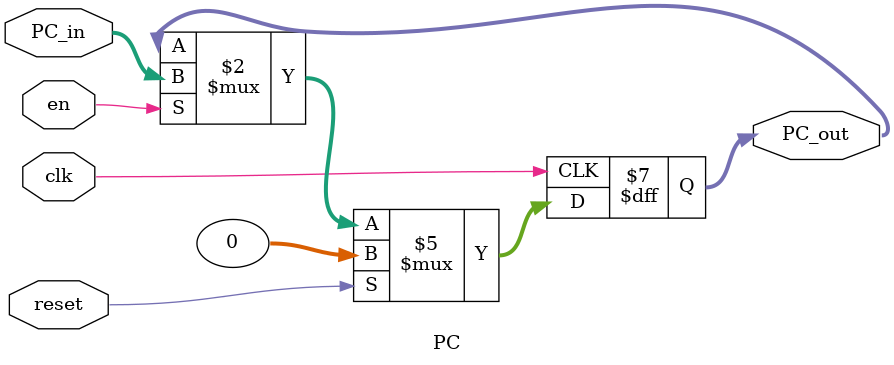
<source format=v>
module PC(PC_in, clk, reset, en, PC_out);

    input [31:0] PC_in;
    input clk, reset, en;
    output reg [31:0] PC_out;

    always@(posedge clk) begin
        if(reset) PC_out<=32'd0;
        else if(en) PC_out<=PC_in;
    end
endmodule
</source>
